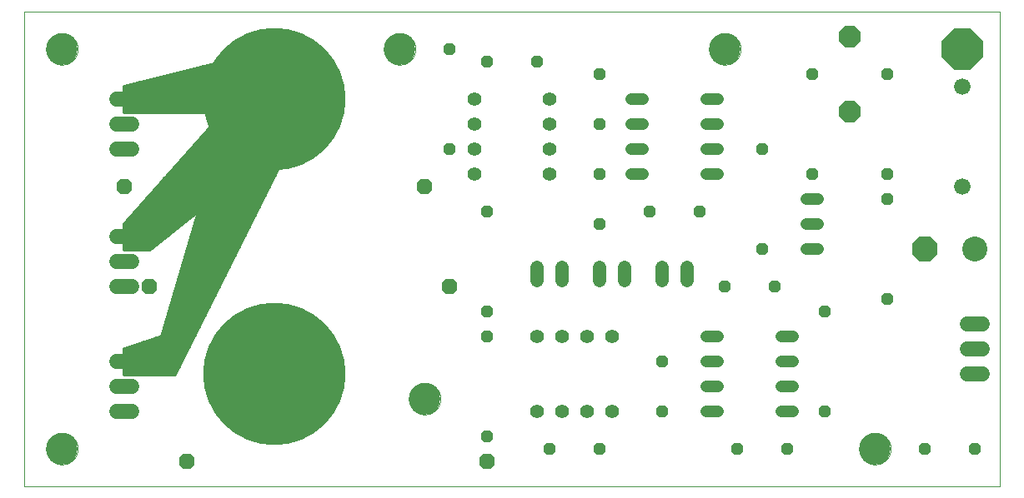
<source format=gbs>
G75*
%MOIN*%
%OFA0B0*%
%FSLAX25Y25*%
%IPPOS*%
%LPD*%
%AMOC8*
5,1,8,0,0,1.08239X$1,22.5*
%
%ADD10C,0.00000*%
%ADD11C,0.12598*%
%ADD12C,0.01600*%
%ADD13C,0.10000*%
%ADD14OC8,0.10000*%
%ADD15OC8,0.04800*%
%ADD16C,0.04800*%
%ADD17C,0.05512*%
%ADD18C,0.05400*%
%ADD19OC8,0.16400*%
%ADD20C,0.57000*%
%ADD21C,0.06000*%
%ADD22OC8,0.06300*%
%ADD23C,0.06600*%
%ADD24OC8,0.08500*%
D10*
X0003000Y0003000D02*
X0003000Y0193000D01*
X0393000Y0193000D01*
X0393000Y0003000D01*
X0003000Y0003000D01*
X0011701Y0018000D02*
X0011703Y0018158D01*
X0011709Y0018316D01*
X0011719Y0018474D01*
X0011733Y0018632D01*
X0011751Y0018789D01*
X0011772Y0018946D01*
X0011798Y0019102D01*
X0011828Y0019258D01*
X0011861Y0019413D01*
X0011899Y0019566D01*
X0011940Y0019719D01*
X0011985Y0019871D01*
X0012034Y0020022D01*
X0012087Y0020171D01*
X0012143Y0020319D01*
X0012203Y0020465D01*
X0012267Y0020610D01*
X0012335Y0020753D01*
X0012406Y0020895D01*
X0012480Y0021035D01*
X0012558Y0021172D01*
X0012640Y0021308D01*
X0012724Y0021442D01*
X0012813Y0021573D01*
X0012904Y0021702D01*
X0012999Y0021829D01*
X0013096Y0021954D01*
X0013197Y0022076D01*
X0013301Y0022195D01*
X0013408Y0022312D01*
X0013518Y0022426D01*
X0013631Y0022537D01*
X0013746Y0022646D01*
X0013864Y0022751D01*
X0013985Y0022853D01*
X0014108Y0022953D01*
X0014234Y0023049D01*
X0014362Y0023142D01*
X0014492Y0023232D01*
X0014625Y0023318D01*
X0014760Y0023402D01*
X0014896Y0023481D01*
X0015035Y0023558D01*
X0015176Y0023630D01*
X0015318Y0023700D01*
X0015462Y0023765D01*
X0015608Y0023827D01*
X0015755Y0023885D01*
X0015904Y0023940D01*
X0016054Y0023991D01*
X0016205Y0024038D01*
X0016357Y0024081D01*
X0016510Y0024120D01*
X0016665Y0024156D01*
X0016820Y0024187D01*
X0016976Y0024215D01*
X0017132Y0024239D01*
X0017289Y0024259D01*
X0017447Y0024275D01*
X0017604Y0024287D01*
X0017763Y0024295D01*
X0017921Y0024299D01*
X0018079Y0024299D01*
X0018237Y0024295D01*
X0018396Y0024287D01*
X0018553Y0024275D01*
X0018711Y0024259D01*
X0018868Y0024239D01*
X0019024Y0024215D01*
X0019180Y0024187D01*
X0019335Y0024156D01*
X0019490Y0024120D01*
X0019643Y0024081D01*
X0019795Y0024038D01*
X0019946Y0023991D01*
X0020096Y0023940D01*
X0020245Y0023885D01*
X0020392Y0023827D01*
X0020538Y0023765D01*
X0020682Y0023700D01*
X0020824Y0023630D01*
X0020965Y0023558D01*
X0021104Y0023481D01*
X0021240Y0023402D01*
X0021375Y0023318D01*
X0021508Y0023232D01*
X0021638Y0023142D01*
X0021766Y0023049D01*
X0021892Y0022953D01*
X0022015Y0022853D01*
X0022136Y0022751D01*
X0022254Y0022646D01*
X0022369Y0022537D01*
X0022482Y0022426D01*
X0022592Y0022312D01*
X0022699Y0022195D01*
X0022803Y0022076D01*
X0022904Y0021954D01*
X0023001Y0021829D01*
X0023096Y0021702D01*
X0023187Y0021573D01*
X0023276Y0021442D01*
X0023360Y0021308D01*
X0023442Y0021172D01*
X0023520Y0021035D01*
X0023594Y0020895D01*
X0023665Y0020753D01*
X0023733Y0020610D01*
X0023797Y0020465D01*
X0023857Y0020319D01*
X0023913Y0020171D01*
X0023966Y0020022D01*
X0024015Y0019871D01*
X0024060Y0019719D01*
X0024101Y0019566D01*
X0024139Y0019413D01*
X0024172Y0019258D01*
X0024202Y0019102D01*
X0024228Y0018946D01*
X0024249Y0018789D01*
X0024267Y0018632D01*
X0024281Y0018474D01*
X0024291Y0018316D01*
X0024297Y0018158D01*
X0024299Y0018000D01*
X0024297Y0017842D01*
X0024291Y0017684D01*
X0024281Y0017526D01*
X0024267Y0017368D01*
X0024249Y0017211D01*
X0024228Y0017054D01*
X0024202Y0016898D01*
X0024172Y0016742D01*
X0024139Y0016587D01*
X0024101Y0016434D01*
X0024060Y0016281D01*
X0024015Y0016129D01*
X0023966Y0015978D01*
X0023913Y0015829D01*
X0023857Y0015681D01*
X0023797Y0015535D01*
X0023733Y0015390D01*
X0023665Y0015247D01*
X0023594Y0015105D01*
X0023520Y0014965D01*
X0023442Y0014828D01*
X0023360Y0014692D01*
X0023276Y0014558D01*
X0023187Y0014427D01*
X0023096Y0014298D01*
X0023001Y0014171D01*
X0022904Y0014046D01*
X0022803Y0013924D01*
X0022699Y0013805D01*
X0022592Y0013688D01*
X0022482Y0013574D01*
X0022369Y0013463D01*
X0022254Y0013354D01*
X0022136Y0013249D01*
X0022015Y0013147D01*
X0021892Y0013047D01*
X0021766Y0012951D01*
X0021638Y0012858D01*
X0021508Y0012768D01*
X0021375Y0012682D01*
X0021240Y0012598D01*
X0021104Y0012519D01*
X0020965Y0012442D01*
X0020824Y0012370D01*
X0020682Y0012300D01*
X0020538Y0012235D01*
X0020392Y0012173D01*
X0020245Y0012115D01*
X0020096Y0012060D01*
X0019946Y0012009D01*
X0019795Y0011962D01*
X0019643Y0011919D01*
X0019490Y0011880D01*
X0019335Y0011844D01*
X0019180Y0011813D01*
X0019024Y0011785D01*
X0018868Y0011761D01*
X0018711Y0011741D01*
X0018553Y0011725D01*
X0018396Y0011713D01*
X0018237Y0011705D01*
X0018079Y0011701D01*
X0017921Y0011701D01*
X0017763Y0011705D01*
X0017604Y0011713D01*
X0017447Y0011725D01*
X0017289Y0011741D01*
X0017132Y0011761D01*
X0016976Y0011785D01*
X0016820Y0011813D01*
X0016665Y0011844D01*
X0016510Y0011880D01*
X0016357Y0011919D01*
X0016205Y0011962D01*
X0016054Y0012009D01*
X0015904Y0012060D01*
X0015755Y0012115D01*
X0015608Y0012173D01*
X0015462Y0012235D01*
X0015318Y0012300D01*
X0015176Y0012370D01*
X0015035Y0012442D01*
X0014896Y0012519D01*
X0014760Y0012598D01*
X0014625Y0012682D01*
X0014492Y0012768D01*
X0014362Y0012858D01*
X0014234Y0012951D01*
X0014108Y0013047D01*
X0013985Y0013147D01*
X0013864Y0013249D01*
X0013746Y0013354D01*
X0013631Y0013463D01*
X0013518Y0013574D01*
X0013408Y0013688D01*
X0013301Y0013805D01*
X0013197Y0013924D01*
X0013096Y0014046D01*
X0012999Y0014171D01*
X0012904Y0014298D01*
X0012813Y0014427D01*
X0012724Y0014558D01*
X0012640Y0014692D01*
X0012558Y0014828D01*
X0012480Y0014965D01*
X0012406Y0015105D01*
X0012335Y0015247D01*
X0012267Y0015390D01*
X0012203Y0015535D01*
X0012143Y0015681D01*
X0012087Y0015829D01*
X0012034Y0015978D01*
X0011985Y0016129D01*
X0011940Y0016281D01*
X0011899Y0016434D01*
X0011861Y0016587D01*
X0011828Y0016742D01*
X0011798Y0016898D01*
X0011772Y0017054D01*
X0011751Y0017211D01*
X0011733Y0017368D01*
X0011719Y0017526D01*
X0011709Y0017684D01*
X0011703Y0017842D01*
X0011701Y0018000D01*
X0156701Y0038000D02*
X0156703Y0038158D01*
X0156709Y0038316D01*
X0156719Y0038474D01*
X0156733Y0038632D01*
X0156751Y0038789D01*
X0156772Y0038946D01*
X0156798Y0039102D01*
X0156828Y0039258D01*
X0156861Y0039413D01*
X0156899Y0039566D01*
X0156940Y0039719D01*
X0156985Y0039871D01*
X0157034Y0040022D01*
X0157087Y0040171D01*
X0157143Y0040319D01*
X0157203Y0040465D01*
X0157267Y0040610D01*
X0157335Y0040753D01*
X0157406Y0040895D01*
X0157480Y0041035D01*
X0157558Y0041172D01*
X0157640Y0041308D01*
X0157724Y0041442D01*
X0157813Y0041573D01*
X0157904Y0041702D01*
X0157999Y0041829D01*
X0158096Y0041954D01*
X0158197Y0042076D01*
X0158301Y0042195D01*
X0158408Y0042312D01*
X0158518Y0042426D01*
X0158631Y0042537D01*
X0158746Y0042646D01*
X0158864Y0042751D01*
X0158985Y0042853D01*
X0159108Y0042953D01*
X0159234Y0043049D01*
X0159362Y0043142D01*
X0159492Y0043232D01*
X0159625Y0043318D01*
X0159760Y0043402D01*
X0159896Y0043481D01*
X0160035Y0043558D01*
X0160176Y0043630D01*
X0160318Y0043700D01*
X0160462Y0043765D01*
X0160608Y0043827D01*
X0160755Y0043885D01*
X0160904Y0043940D01*
X0161054Y0043991D01*
X0161205Y0044038D01*
X0161357Y0044081D01*
X0161510Y0044120D01*
X0161665Y0044156D01*
X0161820Y0044187D01*
X0161976Y0044215D01*
X0162132Y0044239D01*
X0162289Y0044259D01*
X0162447Y0044275D01*
X0162604Y0044287D01*
X0162763Y0044295D01*
X0162921Y0044299D01*
X0163079Y0044299D01*
X0163237Y0044295D01*
X0163396Y0044287D01*
X0163553Y0044275D01*
X0163711Y0044259D01*
X0163868Y0044239D01*
X0164024Y0044215D01*
X0164180Y0044187D01*
X0164335Y0044156D01*
X0164490Y0044120D01*
X0164643Y0044081D01*
X0164795Y0044038D01*
X0164946Y0043991D01*
X0165096Y0043940D01*
X0165245Y0043885D01*
X0165392Y0043827D01*
X0165538Y0043765D01*
X0165682Y0043700D01*
X0165824Y0043630D01*
X0165965Y0043558D01*
X0166104Y0043481D01*
X0166240Y0043402D01*
X0166375Y0043318D01*
X0166508Y0043232D01*
X0166638Y0043142D01*
X0166766Y0043049D01*
X0166892Y0042953D01*
X0167015Y0042853D01*
X0167136Y0042751D01*
X0167254Y0042646D01*
X0167369Y0042537D01*
X0167482Y0042426D01*
X0167592Y0042312D01*
X0167699Y0042195D01*
X0167803Y0042076D01*
X0167904Y0041954D01*
X0168001Y0041829D01*
X0168096Y0041702D01*
X0168187Y0041573D01*
X0168276Y0041442D01*
X0168360Y0041308D01*
X0168442Y0041172D01*
X0168520Y0041035D01*
X0168594Y0040895D01*
X0168665Y0040753D01*
X0168733Y0040610D01*
X0168797Y0040465D01*
X0168857Y0040319D01*
X0168913Y0040171D01*
X0168966Y0040022D01*
X0169015Y0039871D01*
X0169060Y0039719D01*
X0169101Y0039566D01*
X0169139Y0039413D01*
X0169172Y0039258D01*
X0169202Y0039102D01*
X0169228Y0038946D01*
X0169249Y0038789D01*
X0169267Y0038632D01*
X0169281Y0038474D01*
X0169291Y0038316D01*
X0169297Y0038158D01*
X0169299Y0038000D01*
X0169297Y0037842D01*
X0169291Y0037684D01*
X0169281Y0037526D01*
X0169267Y0037368D01*
X0169249Y0037211D01*
X0169228Y0037054D01*
X0169202Y0036898D01*
X0169172Y0036742D01*
X0169139Y0036587D01*
X0169101Y0036434D01*
X0169060Y0036281D01*
X0169015Y0036129D01*
X0168966Y0035978D01*
X0168913Y0035829D01*
X0168857Y0035681D01*
X0168797Y0035535D01*
X0168733Y0035390D01*
X0168665Y0035247D01*
X0168594Y0035105D01*
X0168520Y0034965D01*
X0168442Y0034828D01*
X0168360Y0034692D01*
X0168276Y0034558D01*
X0168187Y0034427D01*
X0168096Y0034298D01*
X0168001Y0034171D01*
X0167904Y0034046D01*
X0167803Y0033924D01*
X0167699Y0033805D01*
X0167592Y0033688D01*
X0167482Y0033574D01*
X0167369Y0033463D01*
X0167254Y0033354D01*
X0167136Y0033249D01*
X0167015Y0033147D01*
X0166892Y0033047D01*
X0166766Y0032951D01*
X0166638Y0032858D01*
X0166508Y0032768D01*
X0166375Y0032682D01*
X0166240Y0032598D01*
X0166104Y0032519D01*
X0165965Y0032442D01*
X0165824Y0032370D01*
X0165682Y0032300D01*
X0165538Y0032235D01*
X0165392Y0032173D01*
X0165245Y0032115D01*
X0165096Y0032060D01*
X0164946Y0032009D01*
X0164795Y0031962D01*
X0164643Y0031919D01*
X0164490Y0031880D01*
X0164335Y0031844D01*
X0164180Y0031813D01*
X0164024Y0031785D01*
X0163868Y0031761D01*
X0163711Y0031741D01*
X0163553Y0031725D01*
X0163396Y0031713D01*
X0163237Y0031705D01*
X0163079Y0031701D01*
X0162921Y0031701D01*
X0162763Y0031705D01*
X0162604Y0031713D01*
X0162447Y0031725D01*
X0162289Y0031741D01*
X0162132Y0031761D01*
X0161976Y0031785D01*
X0161820Y0031813D01*
X0161665Y0031844D01*
X0161510Y0031880D01*
X0161357Y0031919D01*
X0161205Y0031962D01*
X0161054Y0032009D01*
X0160904Y0032060D01*
X0160755Y0032115D01*
X0160608Y0032173D01*
X0160462Y0032235D01*
X0160318Y0032300D01*
X0160176Y0032370D01*
X0160035Y0032442D01*
X0159896Y0032519D01*
X0159760Y0032598D01*
X0159625Y0032682D01*
X0159492Y0032768D01*
X0159362Y0032858D01*
X0159234Y0032951D01*
X0159108Y0033047D01*
X0158985Y0033147D01*
X0158864Y0033249D01*
X0158746Y0033354D01*
X0158631Y0033463D01*
X0158518Y0033574D01*
X0158408Y0033688D01*
X0158301Y0033805D01*
X0158197Y0033924D01*
X0158096Y0034046D01*
X0157999Y0034171D01*
X0157904Y0034298D01*
X0157813Y0034427D01*
X0157724Y0034558D01*
X0157640Y0034692D01*
X0157558Y0034828D01*
X0157480Y0034965D01*
X0157406Y0035105D01*
X0157335Y0035247D01*
X0157267Y0035390D01*
X0157203Y0035535D01*
X0157143Y0035681D01*
X0157087Y0035829D01*
X0157034Y0035978D01*
X0156985Y0036129D01*
X0156940Y0036281D01*
X0156899Y0036434D01*
X0156861Y0036587D01*
X0156828Y0036742D01*
X0156798Y0036898D01*
X0156772Y0037054D01*
X0156751Y0037211D01*
X0156733Y0037368D01*
X0156719Y0037526D01*
X0156709Y0037684D01*
X0156703Y0037842D01*
X0156701Y0038000D01*
X0336701Y0018000D02*
X0336703Y0018158D01*
X0336709Y0018316D01*
X0336719Y0018474D01*
X0336733Y0018632D01*
X0336751Y0018789D01*
X0336772Y0018946D01*
X0336798Y0019102D01*
X0336828Y0019258D01*
X0336861Y0019413D01*
X0336899Y0019566D01*
X0336940Y0019719D01*
X0336985Y0019871D01*
X0337034Y0020022D01*
X0337087Y0020171D01*
X0337143Y0020319D01*
X0337203Y0020465D01*
X0337267Y0020610D01*
X0337335Y0020753D01*
X0337406Y0020895D01*
X0337480Y0021035D01*
X0337558Y0021172D01*
X0337640Y0021308D01*
X0337724Y0021442D01*
X0337813Y0021573D01*
X0337904Y0021702D01*
X0337999Y0021829D01*
X0338096Y0021954D01*
X0338197Y0022076D01*
X0338301Y0022195D01*
X0338408Y0022312D01*
X0338518Y0022426D01*
X0338631Y0022537D01*
X0338746Y0022646D01*
X0338864Y0022751D01*
X0338985Y0022853D01*
X0339108Y0022953D01*
X0339234Y0023049D01*
X0339362Y0023142D01*
X0339492Y0023232D01*
X0339625Y0023318D01*
X0339760Y0023402D01*
X0339896Y0023481D01*
X0340035Y0023558D01*
X0340176Y0023630D01*
X0340318Y0023700D01*
X0340462Y0023765D01*
X0340608Y0023827D01*
X0340755Y0023885D01*
X0340904Y0023940D01*
X0341054Y0023991D01*
X0341205Y0024038D01*
X0341357Y0024081D01*
X0341510Y0024120D01*
X0341665Y0024156D01*
X0341820Y0024187D01*
X0341976Y0024215D01*
X0342132Y0024239D01*
X0342289Y0024259D01*
X0342447Y0024275D01*
X0342604Y0024287D01*
X0342763Y0024295D01*
X0342921Y0024299D01*
X0343079Y0024299D01*
X0343237Y0024295D01*
X0343396Y0024287D01*
X0343553Y0024275D01*
X0343711Y0024259D01*
X0343868Y0024239D01*
X0344024Y0024215D01*
X0344180Y0024187D01*
X0344335Y0024156D01*
X0344490Y0024120D01*
X0344643Y0024081D01*
X0344795Y0024038D01*
X0344946Y0023991D01*
X0345096Y0023940D01*
X0345245Y0023885D01*
X0345392Y0023827D01*
X0345538Y0023765D01*
X0345682Y0023700D01*
X0345824Y0023630D01*
X0345965Y0023558D01*
X0346104Y0023481D01*
X0346240Y0023402D01*
X0346375Y0023318D01*
X0346508Y0023232D01*
X0346638Y0023142D01*
X0346766Y0023049D01*
X0346892Y0022953D01*
X0347015Y0022853D01*
X0347136Y0022751D01*
X0347254Y0022646D01*
X0347369Y0022537D01*
X0347482Y0022426D01*
X0347592Y0022312D01*
X0347699Y0022195D01*
X0347803Y0022076D01*
X0347904Y0021954D01*
X0348001Y0021829D01*
X0348096Y0021702D01*
X0348187Y0021573D01*
X0348276Y0021442D01*
X0348360Y0021308D01*
X0348442Y0021172D01*
X0348520Y0021035D01*
X0348594Y0020895D01*
X0348665Y0020753D01*
X0348733Y0020610D01*
X0348797Y0020465D01*
X0348857Y0020319D01*
X0348913Y0020171D01*
X0348966Y0020022D01*
X0349015Y0019871D01*
X0349060Y0019719D01*
X0349101Y0019566D01*
X0349139Y0019413D01*
X0349172Y0019258D01*
X0349202Y0019102D01*
X0349228Y0018946D01*
X0349249Y0018789D01*
X0349267Y0018632D01*
X0349281Y0018474D01*
X0349291Y0018316D01*
X0349297Y0018158D01*
X0349299Y0018000D01*
X0349297Y0017842D01*
X0349291Y0017684D01*
X0349281Y0017526D01*
X0349267Y0017368D01*
X0349249Y0017211D01*
X0349228Y0017054D01*
X0349202Y0016898D01*
X0349172Y0016742D01*
X0349139Y0016587D01*
X0349101Y0016434D01*
X0349060Y0016281D01*
X0349015Y0016129D01*
X0348966Y0015978D01*
X0348913Y0015829D01*
X0348857Y0015681D01*
X0348797Y0015535D01*
X0348733Y0015390D01*
X0348665Y0015247D01*
X0348594Y0015105D01*
X0348520Y0014965D01*
X0348442Y0014828D01*
X0348360Y0014692D01*
X0348276Y0014558D01*
X0348187Y0014427D01*
X0348096Y0014298D01*
X0348001Y0014171D01*
X0347904Y0014046D01*
X0347803Y0013924D01*
X0347699Y0013805D01*
X0347592Y0013688D01*
X0347482Y0013574D01*
X0347369Y0013463D01*
X0347254Y0013354D01*
X0347136Y0013249D01*
X0347015Y0013147D01*
X0346892Y0013047D01*
X0346766Y0012951D01*
X0346638Y0012858D01*
X0346508Y0012768D01*
X0346375Y0012682D01*
X0346240Y0012598D01*
X0346104Y0012519D01*
X0345965Y0012442D01*
X0345824Y0012370D01*
X0345682Y0012300D01*
X0345538Y0012235D01*
X0345392Y0012173D01*
X0345245Y0012115D01*
X0345096Y0012060D01*
X0344946Y0012009D01*
X0344795Y0011962D01*
X0344643Y0011919D01*
X0344490Y0011880D01*
X0344335Y0011844D01*
X0344180Y0011813D01*
X0344024Y0011785D01*
X0343868Y0011761D01*
X0343711Y0011741D01*
X0343553Y0011725D01*
X0343396Y0011713D01*
X0343237Y0011705D01*
X0343079Y0011701D01*
X0342921Y0011701D01*
X0342763Y0011705D01*
X0342604Y0011713D01*
X0342447Y0011725D01*
X0342289Y0011741D01*
X0342132Y0011761D01*
X0341976Y0011785D01*
X0341820Y0011813D01*
X0341665Y0011844D01*
X0341510Y0011880D01*
X0341357Y0011919D01*
X0341205Y0011962D01*
X0341054Y0012009D01*
X0340904Y0012060D01*
X0340755Y0012115D01*
X0340608Y0012173D01*
X0340462Y0012235D01*
X0340318Y0012300D01*
X0340176Y0012370D01*
X0340035Y0012442D01*
X0339896Y0012519D01*
X0339760Y0012598D01*
X0339625Y0012682D01*
X0339492Y0012768D01*
X0339362Y0012858D01*
X0339234Y0012951D01*
X0339108Y0013047D01*
X0338985Y0013147D01*
X0338864Y0013249D01*
X0338746Y0013354D01*
X0338631Y0013463D01*
X0338518Y0013574D01*
X0338408Y0013688D01*
X0338301Y0013805D01*
X0338197Y0013924D01*
X0338096Y0014046D01*
X0337999Y0014171D01*
X0337904Y0014298D01*
X0337813Y0014427D01*
X0337724Y0014558D01*
X0337640Y0014692D01*
X0337558Y0014828D01*
X0337480Y0014965D01*
X0337406Y0015105D01*
X0337335Y0015247D01*
X0337267Y0015390D01*
X0337203Y0015535D01*
X0337143Y0015681D01*
X0337087Y0015829D01*
X0337034Y0015978D01*
X0336985Y0016129D01*
X0336940Y0016281D01*
X0336899Y0016434D01*
X0336861Y0016587D01*
X0336828Y0016742D01*
X0336798Y0016898D01*
X0336772Y0017054D01*
X0336751Y0017211D01*
X0336733Y0017368D01*
X0336719Y0017526D01*
X0336709Y0017684D01*
X0336703Y0017842D01*
X0336701Y0018000D01*
X0276701Y0178000D02*
X0276703Y0178158D01*
X0276709Y0178316D01*
X0276719Y0178474D01*
X0276733Y0178632D01*
X0276751Y0178789D01*
X0276772Y0178946D01*
X0276798Y0179102D01*
X0276828Y0179258D01*
X0276861Y0179413D01*
X0276899Y0179566D01*
X0276940Y0179719D01*
X0276985Y0179871D01*
X0277034Y0180022D01*
X0277087Y0180171D01*
X0277143Y0180319D01*
X0277203Y0180465D01*
X0277267Y0180610D01*
X0277335Y0180753D01*
X0277406Y0180895D01*
X0277480Y0181035D01*
X0277558Y0181172D01*
X0277640Y0181308D01*
X0277724Y0181442D01*
X0277813Y0181573D01*
X0277904Y0181702D01*
X0277999Y0181829D01*
X0278096Y0181954D01*
X0278197Y0182076D01*
X0278301Y0182195D01*
X0278408Y0182312D01*
X0278518Y0182426D01*
X0278631Y0182537D01*
X0278746Y0182646D01*
X0278864Y0182751D01*
X0278985Y0182853D01*
X0279108Y0182953D01*
X0279234Y0183049D01*
X0279362Y0183142D01*
X0279492Y0183232D01*
X0279625Y0183318D01*
X0279760Y0183402D01*
X0279896Y0183481D01*
X0280035Y0183558D01*
X0280176Y0183630D01*
X0280318Y0183700D01*
X0280462Y0183765D01*
X0280608Y0183827D01*
X0280755Y0183885D01*
X0280904Y0183940D01*
X0281054Y0183991D01*
X0281205Y0184038D01*
X0281357Y0184081D01*
X0281510Y0184120D01*
X0281665Y0184156D01*
X0281820Y0184187D01*
X0281976Y0184215D01*
X0282132Y0184239D01*
X0282289Y0184259D01*
X0282447Y0184275D01*
X0282604Y0184287D01*
X0282763Y0184295D01*
X0282921Y0184299D01*
X0283079Y0184299D01*
X0283237Y0184295D01*
X0283396Y0184287D01*
X0283553Y0184275D01*
X0283711Y0184259D01*
X0283868Y0184239D01*
X0284024Y0184215D01*
X0284180Y0184187D01*
X0284335Y0184156D01*
X0284490Y0184120D01*
X0284643Y0184081D01*
X0284795Y0184038D01*
X0284946Y0183991D01*
X0285096Y0183940D01*
X0285245Y0183885D01*
X0285392Y0183827D01*
X0285538Y0183765D01*
X0285682Y0183700D01*
X0285824Y0183630D01*
X0285965Y0183558D01*
X0286104Y0183481D01*
X0286240Y0183402D01*
X0286375Y0183318D01*
X0286508Y0183232D01*
X0286638Y0183142D01*
X0286766Y0183049D01*
X0286892Y0182953D01*
X0287015Y0182853D01*
X0287136Y0182751D01*
X0287254Y0182646D01*
X0287369Y0182537D01*
X0287482Y0182426D01*
X0287592Y0182312D01*
X0287699Y0182195D01*
X0287803Y0182076D01*
X0287904Y0181954D01*
X0288001Y0181829D01*
X0288096Y0181702D01*
X0288187Y0181573D01*
X0288276Y0181442D01*
X0288360Y0181308D01*
X0288442Y0181172D01*
X0288520Y0181035D01*
X0288594Y0180895D01*
X0288665Y0180753D01*
X0288733Y0180610D01*
X0288797Y0180465D01*
X0288857Y0180319D01*
X0288913Y0180171D01*
X0288966Y0180022D01*
X0289015Y0179871D01*
X0289060Y0179719D01*
X0289101Y0179566D01*
X0289139Y0179413D01*
X0289172Y0179258D01*
X0289202Y0179102D01*
X0289228Y0178946D01*
X0289249Y0178789D01*
X0289267Y0178632D01*
X0289281Y0178474D01*
X0289291Y0178316D01*
X0289297Y0178158D01*
X0289299Y0178000D01*
X0289297Y0177842D01*
X0289291Y0177684D01*
X0289281Y0177526D01*
X0289267Y0177368D01*
X0289249Y0177211D01*
X0289228Y0177054D01*
X0289202Y0176898D01*
X0289172Y0176742D01*
X0289139Y0176587D01*
X0289101Y0176434D01*
X0289060Y0176281D01*
X0289015Y0176129D01*
X0288966Y0175978D01*
X0288913Y0175829D01*
X0288857Y0175681D01*
X0288797Y0175535D01*
X0288733Y0175390D01*
X0288665Y0175247D01*
X0288594Y0175105D01*
X0288520Y0174965D01*
X0288442Y0174828D01*
X0288360Y0174692D01*
X0288276Y0174558D01*
X0288187Y0174427D01*
X0288096Y0174298D01*
X0288001Y0174171D01*
X0287904Y0174046D01*
X0287803Y0173924D01*
X0287699Y0173805D01*
X0287592Y0173688D01*
X0287482Y0173574D01*
X0287369Y0173463D01*
X0287254Y0173354D01*
X0287136Y0173249D01*
X0287015Y0173147D01*
X0286892Y0173047D01*
X0286766Y0172951D01*
X0286638Y0172858D01*
X0286508Y0172768D01*
X0286375Y0172682D01*
X0286240Y0172598D01*
X0286104Y0172519D01*
X0285965Y0172442D01*
X0285824Y0172370D01*
X0285682Y0172300D01*
X0285538Y0172235D01*
X0285392Y0172173D01*
X0285245Y0172115D01*
X0285096Y0172060D01*
X0284946Y0172009D01*
X0284795Y0171962D01*
X0284643Y0171919D01*
X0284490Y0171880D01*
X0284335Y0171844D01*
X0284180Y0171813D01*
X0284024Y0171785D01*
X0283868Y0171761D01*
X0283711Y0171741D01*
X0283553Y0171725D01*
X0283396Y0171713D01*
X0283237Y0171705D01*
X0283079Y0171701D01*
X0282921Y0171701D01*
X0282763Y0171705D01*
X0282604Y0171713D01*
X0282447Y0171725D01*
X0282289Y0171741D01*
X0282132Y0171761D01*
X0281976Y0171785D01*
X0281820Y0171813D01*
X0281665Y0171844D01*
X0281510Y0171880D01*
X0281357Y0171919D01*
X0281205Y0171962D01*
X0281054Y0172009D01*
X0280904Y0172060D01*
X0280755Y0172115D01*
X0280608Y0172173D01*
X0280462Y0172235D01*
X0280318Y0172300D01*
X0280176Y0172370D01*
X0280035Y0172442D01*
X0279896Y0172519D01*
X0279760Y0172598D01*
X0279625Y0172682D01*
X0279492Y0172768D01*
X0279362Y0172858D01*
X0279234Y0172951D01*
X0279108Y0173047D01*
X0278985Y0173147D01*
X0278864Y0173249D01*
X0278746Y0173354D01*
X0278631Y0173463D01*
X0278518Y0173574D01*
X0278408Y0173688D01*
X0278301Y0173805D01*
X0278197Y0173924D01*
X0278096Y0174046D01*
X0277999Y0174171D01*
X0277904Y0174298D01*
X0277813Y0174427D01*
X0277724Y0174558D01*
X0277640Y0174692D01*
X0277558Y0174828D01*
X0277480Y0174965D01*
X0277406Y0175105D01*
X0277335Y0175247D01*
X0277267Y0175390D01*
X0277203Y0175535D01*
X0277143Y0175681D01*
X0277087Y0175829D01*
X0277034Y0175978D01*
X0276985Y0176129D01*
X0276940Y0176281D01*
X0276899Y0176434D01*
X0276861Y0176587D01*
X0276828Y0176742D01*
X0276798Y0176898D01*
X0276772Y0177054D01*
X0276751Y0177211D01*
X0276733Y0177368D01*
X0276719Y0177526D01*
X0276709Y0177684D01*
X0276703Y0177842D01*
X0276701Y0178000D01*
X0146701Y0178000D02*
X0146703Y0178158D01*
X0146709Y0178316D01*
X0146719Y0178474D01*
X0146733Y0178632D01*
X0146751Y0178789D01*
X0146772Y0178946D01*
X0146798Y0179102D01*
X0146828Y0179258D01*
X0146861Y0179413D01*
X0146899Y0179566D01*
X0146940Y0179719D01*
X0146985Y0179871D01*
X0147034Y0180022D01*
X0147087Y0180171D01*
X0147143Y0180319D01*
X0147203Y0180465D01*
X0147267Y0180610D01*
X0147335Y0180753D01*
X0147406Y0180895D01*
X0147480Y0181035D01*
X0147558Y0181172D01*
X0147640Y0181308D01*
X0147724Y0181442D01*
X0147813Y0181573D01*
X0147904Y0181702D01*
X0147999Y0181829D01*
X0148096Y0181954D01*
X0148197Y0182076D01*
X0148301Y0182195D01*
X0148408Y0182312D01*
X0148518Y0182426D01*
X0148631Y0182537D01*
X0148746Y0182646D01*
X0148864Y0182751D01*
X0148985Y0182853D01*
X0149108Y0182953D01*
X0149234Y0183049D01*
X0149362Y0183142D01*
X0149492Y0183232D01*
X0149625Y0183318D01*
X0149760Y0183402D01*
X0149896Y0183481D01*
X0150035Y0183558D01*
X0150176Y0183630D01*
X0150318Y0183700D01*
X0150462Y0183765D01*
X0150608Y0183827D01*
X0150755Y0183885D01*
X0150904Y0183940D01*
X0151054Y0183991D01*
X0151205Y0184038D01*
X0151357Y0184081D01*
X0151510Y0184120D01*
X0151665Y0184156D01*
X0151820Y0184187D01*
X0151976Y0184215D01*
X0152132Y0184239D01*
X0152289Y0184259D01*
X0152447Y0184275D01*
X0152604Y0184287D01*
X0152763Y0184295D01*
X0152921Y0184299D01*
X0153079Y0184299D01*
X0153237Y0184295D01*
X0153396Y0184287D01*
X0153553Y0184275D01*
X0153711Y0184259D01*
X0153868Y0184239D01*
X0154024Y0184215D01*
X0154180Y0184187D01*
X0154335Y0184156D01*
X0154490Y0184120D01*
X0154643Y0184081D01*
X0154795Y0184038D01*
X0154946Y0183991D01*
X0155096Y0183940D01*
X0155245Y0183885D01*
X0155392Y0183827D01*
X0155538Y0183765D01*
X0155682Y0183700D01*
X0155824Y0183630D01*
X0155965Y0183558D01*
X0156104Y0183481D01*
X0156240Y0183402D01*
X0156375Y0183318D01*
X0156508Y0183232D01*
X0156638Y0183142D01*
X0156766Y0183049D01*
X0156892Y0182953D01*
X0157015Y0182853D01*
X0157136Y0182751D01*
X0157254Y0182646D01*
X0157369Y0182537D01*
X0157482Y0182426D01*
X0157592Y0182312D01*
X0157699Y0182195D01*
X0157803Y0182076D01*
X0157904Y0181954D01*
X0158001Y0181829D01*
X0158096Y0181702D01*
X0158187Y0181573D01*
X0158276Y0181442D01*
X0158360Y0181308D01*
X0158442Y0181172D01*
X0158520Y0181035D01*
X0158594Y0180895D01*
X0158665Y0180753D01*
X0158733Y0180610D01*
X0158797Y0180465D01*
X0158857Y0180319D01*
X0158913Y0180171D01*
X0158966Y0180022D01*
X0159015Y0179871D01*
X0159060Y0179719D01*
X0159101Y0179566D01*
X0159139Y0179413D01*
X0159172Y0179258D01*
X0159202Y0179102D01*
X0159228Y0178946D01*
X0159249Y0178789D01*
X0159267Y0178632D01*
X0159281Y0178474D01*
X0159291Y0178316D01*
X0159297Y0178158D01*
X0159299Y0178000D01*
X0159297Y0177842D01*
X0159291Y0177684D01*
X0159281Y0177526D01*
X0159267Y0177368D01*
X0159249Y0177211D01*
X0159228Y0177054D01*
X0159202Y0176898D01*
X0159172Y0176742D01*
X0159139Y0176587D01*
X0159101Y0176434D01*
X0159060Y0176281D01*
X0159015Y0176129D01*
X0158966Y0175978D01*
X0158913Y0175829D01*
X0158857Y0175681D01*
X0158797Y0175535D01*
X0158733Y0175390D01*
X0158665Y0175247D01*
X0158594Y0175105D01*
X0158520Y0174965D01*
X0158442Y0174828D01*
X0158360Y0174692D01*
X0158276Y0174558D01*
X0158187Y0174427D01*
X0158096Y0174298D01*
X0158001Y0174171D01*
X0157904Y0174046D01*
X0157803Y0173924D01*
X0157699Y0173805D01*
X0157592Y0173688D01*
X0157482Y0173574D01*
X0157369Y0173463D01*
X0157254Y0173354D01*
X0157136Y0173249D01*
X0157015Y0173147D01*
X0156892Y0173047D01*
X0156766Y0172951D01*
X0156638Y0172858D01*
X0156508Y0172768D01*
X0156375Y0172682D01*
X0156240Y0172598D01*
X0156104Y0172519D01*
X0155965Y0172442D01*
X0155824Y0172370D01*
X0155682Y0172300D01*
X0155538Y0172235D01*
X0155392Y0172173D01*
X0155245Y0172115D01*
X0155096Y0172060D01*
X0154946Y0172009D01*
X0154795Y0171962D01*
X0154643Y0171919D01*
X0154490Y0171880D01*
X0154335Y0171844D01*
X0154180Y0171813D01*
X0154024Y0171785D01*
X0153868Y0171761D01*
X0153711Y0171741D01*
X0153553Y0171725D01*
X0153396Y0171713D01*
X0153237Y0171705D01*
X0153079Y0171701D01*
X0152921Y0171701D01*
X0152763Y0171705D01*
X0152604Y0171713D01*
X0152447Y0171725D01*
X0152289Y0171741D01*
X0152132Y0171761D01*
X0151976Y0171785D01*
X0151820Y0171813D01*
X0151665Y0171844D01*
X0151510Y0171880D01*
X0151357Y0171919D01*
X0151205Y0171962D01*
X0151054Y0172009D01*
X0150904Y0172060D01*
X0150755Y0172115D01*
X0150608Y0172173D01*
X0150462Y0172235D01*
X0150318Y0172300D01*
X0150176Y0172370D01*
X0150035Y0172442D01*
X0149896Y0172519D01*
X0149760Y0172598D01*
X0149625Y0172682D01*
X0149492Y0172768D01*
X0149362Y0172858D01*
X0149234Y0172951D01*
X0149108Y0173047D01*
X0148985Y0173147D01*
X0148864Y0173249D01*
X0148746Y0173354D01*
X0148631Y0173463D01*
X0148518Y0173574D01*
X0148408Y0173688D01*
X0148301Y0173805D01*
X0148197Y0173924D01*
X0148096Y0174046D01*
X0147999Y0174171D01*
X0147904Y0174298D01*
X0147813Y0174427D01*
X0147724Y0174558D01*
X0147640Y0174692D01*
X0147558Y0174828D01*
X0147480Y0174965D01*
X0147406Y0175105D01*
X0147335Y0175247D01*
X0147267Y0175390D01*
X0147203Y0175535D01*
X0147143Y0175681D01*
X0147087Y0175829D01*
X0147034Y0175978D01*
X0146985Y0176129D01*
X0146940Y0176281D01*
X0146899Y0176434D01*
X0146861Y0176587D01*
X0146828Y0176742D01*
X0146798Y0176898D01*
X0146772Y0177054D01*
X0146751Y0177211D01*
X0146733Y0177368D01*
X0146719Y0177526D01*
X0146709Y0177684D01*
X0146703Y0177842D01*
X0146701Y0178000D01*
X0011701Y0178000D02*
X0011703Y0178158D01*
X0011709Y0178316D01*
X0011719Y0178474D01*
X0011733Y0178632D01*
X0011751Y0178789D01*
X0011772Y0178946D01*
X0011798Y0179102D01*
X0011828Y0179258D01*
X0011861Y0179413D01*
X0011899Y0179566D01*
X0011940Y0179719D01*
X0011985Y0179871D01*
X0012034Y0180022D01*
X0012087Y0180171D01*
X0012143Y0180319D01*
X0012203Y0180465D01*
X0012267Y0180610D01*
X0012335Y0180753D01*
X0012406Y0180895D01*
X0012480Y0181035D01*
X0012558Y0181172D01*
X0012640Y0181308D01*
X0012724Y0181442D01*
X0012813Y0181573D01*
X0012904Y0181702D01*
X0012999Y0181829D01*
X0013096Y0181954D01*
X0013197Y0182076D01*
X0013301Y0182195D01*
X0013408Y0182312D01*
X0013518Y0182426D01*
X0013631Y0182537D01*
X0013746Y0182646D01*
X0013864Y0182751D01*
X0013985Y0182853D01*
X0014108Y0182953D01*
X0014234Y0183049D01*
X0014362Y0183142D01*
X0014492Y0183232D01*
X0014625Y0183318D01*
X0014760Y0183402D01*
X0014896Y0183481D01*
X0015035Y0183558D01*
X0015176Y0183630D01*
X0015318Y0183700D01*
X0015462Y0183765D01*
X0015608Y0183827D01*
X0015755Y0183885D01*
X0015904Y0183940D01*
X0016054Y0183991D01*
X0016205Y0184038D01*
X0016357Y0184081D01*
X0016510Y0184120D01*
X0016665Y0184156D01*
X0016820Y0184187D01*
X0016976Y0184215D01*
X0017132Y0184239D01*
X0017289Y0184259D01*
X0017447Y0184275D01*
X0017604Y0184287D01*
X0017763Y0184295D01*
X0017921Y0184299D01*
X0018079Y0184299D01*
X0018237Y0184295D01*
X0018396Y0184287D01*
X0018553Y0184275D01*
X0018711Y0184259D01*
X0018868Y0184239D01*
X0019024Y0184215D01*
X0019180Y0184187D01*
X0019335Y0184156D01*
X0019490Y0184120D01*
X0019643Y0184081D01*
X0019795Y0184038D01*
X0019946Y0183991D01*
X0020096Y0183940D01*
X0020245Y0183885D01*
X0020392Y0183827D01*
X0020538Y0183765D01*
X0020682Y0183700D01*
X0020824Y0183630D01*
X0020965Y0183558D01*
X0021104Y0183481D01*
X0021240Y0183402D01*
X0021375Y0183318D01*
X0021508Y0183232D01*
X0021638Y0183142D01*
X0021766Y0183049D01*
X0021892Y0182953D01*
X0022015Y0182853D01*
X0022136Y0182751D01*
X0022254Y0182646D01*
X0022369Y0182537D01*
X0022482Y0182426D01*
X0022592Y0182312D01*
X0022699Y0182195D01*
X0022803Y0182076D01*
X0022904Y0181954D01*
X0023001Y0181829D01*
X0023096Y0181702D01*
X0023187Y0181573D01*
X0023276Y0181442D01*
X0023360Y0181308D01*
X0023442Y0181172D01*
X0023520Y0181035D01*
X0023594Y0180895D01*
X0023665Y0180753D01*
X0023733Y0180610D01*
X0023797Y0180465D01*
X0023857Y0180319D01*
X0023913Y0180171D01*
X0023966Y0180022D01*
X0024015Y0179871D01*
X0024060Y0179719D01*
X0024101Y0179566D01*
X0024139Y0179413D01*
X0024172Y0179258D01*
X0024202Y0179102D01*
X0024228Y0178946D01*
X0024249Y0178789D01*
X0024267Y0178632D01*
X0024281Y0178474D01*
X0024291Y0178316D01*
X0024297Y0178158D01*
X0024299Y0178000D01*
X0024297Y0177842D01*
X0024291Y0177684D01*
X0024281Y0177526D01*
X0024267Y0177368D01*
X0024249Y0177211D01*
X0024228Y0177054D01*
X0024202Y0176898D01*
X0024172Y0176742D01*
X0024139Y0176587D01*
X0024101Y0176434D01*
X0024060Y0176281D01*
X0024015Y0176129D01*
X0023966Y0175978D01*
X0023913Y0175829D01*
X0023857Y0175681D01*
X0023797Y0175535D01*
X0023733Y0175390D01*
X0023665Y0175247D01*
X0023594Y0175105D01*
X0023520Y0174965D01*
X0023442Y0174828D01*
X0023360Y0174692D01*
X0023276Y0174558D01*
X0023187Y0174427D01*
X0023096Y0174298D01*
X0023001Y0174171D01*
X0022904Y0174046D01*
X0022803Y0173924D01*
X0022699Y0173805D01*
X0022592Y0173688D01*
X0022482Y0173574D01*
X0022369Y0173463D01*
X0022254Y0173354D01*
X0022136Y0173249D01*
X0022015Y0173147D01*
X0021892Y0173047D01*
X0021766Y0172951D01*
X0021638Y0172858D01*
X0021508Y0172768D01*
X0021375Y0172682D01*
X0021240Y0172598D01*
X0021104Y0172519D01*
X0020965Y0172442D01*
X0020824Y0172370D01*
X0020682Y0172300D01*
X0020538Y0172235D01*
X0020392Y0172173D01*
X0020245Y0172115D01*
X0020096Y0172060D01*
X0019946Y0172009D01*
X0019795Y0171962D01*
X0019643Y0171919D01*
X0019490Y0171880D01*
X0019335Y0171844D01*
X0019180Y0171813D01*
X0019024Y0171785D01*
X0018868Y0171761D01*
X0018711Y0171741D01*
X0018553Y0171725D01*
X0018396Y0171713D01*
X0018237Y0171705D01*
X0018079Y0171701D01*
X0017921Y0171701D01*
X0017763Y0171705D01*
X0017604Y0171713D01*
X0017447Y0171725D01*
X0017289Y0171741D01*
X0017132Y0171761D01*
X0016976Y0171785D01*
X0016820Y0171813D01*
X0016665Y0171844D01*
X0016510Y0171880D01*
X0016357Y0171919D01*
X0016205Y0171962D01*
X0016054Y0172009D01*
X0015904Y0172060D01*
X0015755Y0172115D01*
X0015608Y0172173D01*
X0015462Y0172235D01*
X0015318Y0172300D01*
X0015176Y0172370D01*
X0015035Y0172442D01*
X0014896Y0172519D01*
X0014760Y0172598D01*
X0014625Y0172682D01*
X0014492Y0172768D01*
X0014362Y0172858D01*
X0014234Y0172951D01*
X0014108Y0173047D01*
X0013985Y0173147D01*
X0013864Y0173249D01*
X0013746Y0173354D01*
X0013631Y0173463D01*
X0013518Y0173574D01*
X0013408Y0173688D01*
X0013301Y0173805D01*
X0013197Y0173924D01*
X0013096Y0174046D01*
X0012999Y0174171D01*
X0012904Y0174298D01*
X0012813Y0174427D01*
X0012724Y0174558D01*
X0012640Y0174692D01*
X0012558Y0174828D01*
X0012480Y0174965D01*
X0012406Y0175105D01*
X0012335Y0175247D01*
X0012267Y0175390D01*
X0012203Y0175535D01*
X0012143Y0175681D01*
X0012087Y0175829D01*
X0012034Y0175978D01*
X0011985Y0176129D01*
X0011940Y0176281D01*
X0011899Y0176434D01*
X0011861Y0176587D01*
X0011828Y0176742D01*
X0011798Y0176898D01*
X0011772Y0177054D01*
X0011751Y0177211D01*
X0011733Y0177368D01*
X0011719Y0177526D01*
X0011709Y0177684D01*
X0011703Y0177842D01*
X0011701Y0178000D01*
D11*
X0018000Y0178000D03*
X0153000Y0178000D03*
X0283000Y0178000D03*
X0163000Y0038000D03*
X0018000Y0018000D03*
X0343000Y0018000D03*
D12*
X0106838Y0135676D02*
X0079375Y0135676D01*
X0078905Y0134078D02*
X0106039Y0134078D01*
X0105240Y0132479D02*
X0078435Y0132479D01*
X0077965Y0130881D02*
X0104440Y0130881D01*
X0103641Y0129282D02*
X0077495Y0129282D01*
X0077025Y0127684D02*
X0102842Y0127684D01*
X0102043Y0126085D02*
X0076555Y0126085D01*
X0076084Y0124487D02*
X0101243Y0124487D01*
X0100444Y0122888D02*
X0075614Y0122888D01*
X0075144Y0121290D02*
X0099645Y0121290D01*
X0098846Y0119691D02*
X0074674Y0119691D01*
X0074204Y0118093D02*
X0098046Y0118093D01*
X0097247Y0116494D02*
X0073734Y0116494D01*
X0074120Y0114896D02*
X0049130Y0114896D01*
X0050550Y0116494D02*
X0076118Y0116494D01*
X0078116Y0118093D02*
X0051971Y0118093D01*
X0053392Y0119691D02*
X0080114Y0119691D01*
X0082112Y0121290D02*
X0054813Y0121290D01*
X0056234Y0122888D02*
X0084110Y0122888D01*
X0086109Y0124487D02*
X0057655Y0124487D01*
X0059076Y0126085D02*
X0088107Y0126085D01*
X0090105Y0127684D02*
X0060497Y0127684D01*
X0061918Y0129282D02*
X0092103Y0129282D01*
X0094101Y0130881D02*
X0063339Y0130881D01*
X0064759Y0132479D02*
X0096099Y0132479D01*
X0098097Y0134078D02*
X0066180Y0134078D01*
X0067601Y0135676D02*
X0100096Y0135676D01*
X0102094Y0137275D02*
X0069022Y0137275D01*
X0070443Y0138873D02*
X0101835Y0138873D01*
X0103000Y0138000D02*
X0053000Y0098000D01*
X0043000Y0098000D01*
X0043000Y0108000D01*
X0083000Y0153000D01*
X0103000Y0138000D01*
X0101820Y0140472D02*
X0080786Y0140472D01*
X0081256Y0142070D02*
X0097824Y0142070D01*
X0097573Y0142070D02*
X0073285Y0142070D01*
X0071864Y0140472D02*
X0099704Y0140472D01*
X0105816Y0138873D02*
X0080316Y0138873D01*
X0079846Y0137275D02*
X0107637Y0137275D01*
X0108000Y0138000D02*
X0063000Y0048000D01*
X0043000Y0048000D01*
X0043000Y0058000D01*
X0058000Y0063000D01*
X0083000Y0148000D01*
X0108000Y0138000D01*
X0095441Y0143669D02*
X0074706Y0143669D01*
X0076127Y0145268D02*
X0093310Y0145268D01*
X0093828Y0143669D02*
X0081726Y0143669D01*
X0082196Y0145268D02*
X0089831Y0145268D01*
X0091179Y0146866D02*
X0077548Y0146866D01*
X0078968Y0148465D02*
X0089047Y0148465D01*
X0086916Y0150063D02*
X0080389Y0150063D01*
X0081810Y0151662D02*
X0084785Y0151662D01*
X0083000Y0153000D02*
X0043000Y0153000D01*
X0043000Y0163000D01*
X0083000Y0173000D01*
X0083000Y0153000D01*
X0083000Y0153260D02*
X0043000Y0153260D01*
X0043000Y0154859D02*
X0083000Y0154859D01*
X0083000Y0156457D02*
X0043000Y0156457D01*
X0043000Y0158056D02*
X0083000Y0158056D01*
X0083000Y0159654D02*
X0043000Y0159654D01*
X0043000Y0161253D02*
X0083000Y0161253D01*
X0083000Y0162851D02*
X0043000Y0162851D01*
X0048799Y0164450D02*
X0083000Y0164450D01*
X0083000Y0166048D02*
X0055193Y0166048D01*
X0061587Y0167647D02*
X0083000Y0167647D01*
X0083000Y0169245D02*
X0067981Y0169245D01*
X0074375Y0170844D02*
X0083000Y0170844D01*
X0083000Y0172442D02*
X0080769Y0172442D01*
X0082666Y0146866D02*
X0085835Y0146866D01*
X0096448Y0114896D02*
X0073263Y0114896D01*
X0072793Y0113297D02*
X0095649Y0113297D01*
X0094849Y0111699D02*
X0072323Y0111699D01*
X0072122Y0113297D02*
X0047709Y0113297D01*
X0046288Y0111699D02*
X0070123Y0111699D01*
X0071853Y0110100D02*
X0094050Y0110100D01*
X0093251Y0108502D02*
X0071383Y0108502D01*
X0070913Y0106903D02*
X0092452Y0106903D01*
X0091652Y0105305D02*
X0070443Y0105305D01*
X0069972Y0103706D02*
X0090853Y0103706D01*
X0090054Y0102108D02*
X0069502Y0102108D01*
X0069032Y0100509D02*
X0089255Y0100509D01*
X0088455Y0098911D02*
X0068562Y0098911D01*
X0068092Y0097312D02*
X0087656Y0097312D01*
X0086857Y0095714D02*
X0067622Y0095714D01*
X0067152Y0094115D02*
X0086058Y0094115D01*
X0085258Y0092517D02*
X0066681Y0092517D01*
X0066211Y0090918D02*
X0084459Y0090918D01*
X0083660Y0089320D02*
X0065741Y0089320D01*
X0065271Y0087721D02*
X0082861Y0087721D01*
X0082061Y0086123D02*
X0064801Y0086123D01*
X0064331Y0084524D02*
X0081262Y0084524D01*
X0080463Y0082926D02*
X0063860Y0082926D01*
X0063390Y0081327D02*
X0079664Y0081327D01*
X0078864Y0079729D02*
X0062920Y0079729D01*
X0062450Y0078130D02*
X0078065Y0078130D01*
X0077266Y0076532D02*
X0061980Y0076532D01*
X0061510Y0074933D02*
X0076467Y0074933D01*
X0075667Y0073334D02*
X0061040Y0073334D01*
X0060569Y0071736D02*
X0074868Y0071736D01*
X0074069Y0070137D02*
X0060099Y0070137D01*
X0059629Y0068539D02*
X0073269Y0068539D01*
X0072470Y0066940D02*
X0059159Y0066940D01*
X0058689Y0065342D02*
X0071671Y0065342D01*
X0070872Y0063743D02*
X0058219Y0063743D01*
X0055435Y0062145D02*
X0070072Y0062145D01*
X0069273Y0060546D02*
X0050639Y0060546D01*
X0045844Y0058948D02*
X0068474Y0058948D01*
X0067675Y0057349D02*
X0043000Y0057349D01*
X0043000Y0055751D02*
X0066875Y0055751D01*
X0066076Y0054152D02*
X0043000Y0054152D01*
X0043000Y0052554D02*
X0065277Y0052554D01*
X0064478Y0050955D02*
X0043000Y0050955D01*
X0043000Y0049357D02*
X0063678Y0049357D01*
X0054138Y0098911D02*
X0043000Y0098911D01*
X0043000Y0100509D02*
X0056136Y0100509D01*
X0058135Y0102108D02*
X0043000Y0102108D01*
X0043000Y0103706D02*
X0060133Y0103706D01*
X0062131Y0105305D02*
X0043000Y0105305D01*
X0043000Y0106903D02*
X0064129Y0106903D01*
X0066127Y0108502D02*
X0043446Y0108502D01*
X0044867Y0110100D02*
X0068125Y0110100D01*
D13*
X0383000Y0098000D03*
D14*
X0363000Y0098000D03*
D15*
X0348000Y0118000D03*
X0348000Y0128000D03*
X0318000Y0128000D03*
X0298000Y0138000D03*
X0273000Y0113000D03*
X0253000Y0113000D03*
X0233000Y0108000D03*
X0233000Y0128000D03*
X0233000Y0148000D03*
X0233000Y0168000D03*
X0208000Y0173000D03*
X0188000Y0173000D03*
X0173000Y0178000D03*
X0173000Y0138000D03*
X0188000Y0113000D03*
X0188000Y0073000D03*
X0188000Y0063000D03*
X0258000Y0053000D03*
X0258000Y0033000D03*
X0233000Y0018000D03*
X0213000Y0018000D03*
X0188000Y0023000D03*
X0288000Y0018000D03*
X0308000Y0018000D03*
X0323000Y0033000D03*
X0363000Y0018000D03*
X0383000Y0018000D03*
X0323000Y0073000D03*
X0303000Y0083000D03*
X0283000Y0083000D03*
X0298000Y0098000D03*
X0348000Y0078000D03*
X0348000Y0168000D03*
X0318000Y0168000D03*
D16*
X0280400Y0158000D02*
X0275600Y0158000D01*
X0275600Y0148000D02*
X0280400Y0148000D01*
X0280400Y0138000D02*
X0275600Y0138000D01*
X0275600Y0128000D02*
X0280400Y0128000D01*
X0250400Y0128000D02*
X0245600Y0128000D01*
X0245600Y0138000D02*
X0250400Y0138000D01*
X0250400Y0148000D02*
X0245600Y0148000D01*
X0245600Y0158000D02*
X0250400Y0158000D01*
X0315600Y0118000D02*
X0320400Y0118000D01*
X0320400Y0108000D02*
X0315600Y0108000D01*
X0315600Y0098000D02*
X0320400Y0098000D01*
X0310400Y0063000D02*
X0305600Y0063000D01*
X0305600Y0053000D02*
X0310400Y0053000D01*
X0310400Y0043000D02*
X0305600Y0043000D01*
X0305600Y0033000D02*
X0310400Y0033000D01*
X0280400Y0033000D02*
X0275600Y0033000D01*
X0275600Y0043000D02*
X0280400Y0043000D01*
X0280400Y0053000D02*
X0275600Y0053000D01*
X0275600Y0063000D02*
X0280400Y0063000D01*
D17*
X0238000Y0063000D03*
X0228000Y0063000D03*
X0218000Y0063000D03*
X0208000Y0063000D03*
X0208000Y0033000D03*
X0218000Y0033000D03*
X0228000Y0033000D03*
X0238000Y0033000D03*
X0213000Y0128000D03*
X0213000Y0138000D03*
X0213000Y0148000D03*
X0213000Y0158000D03*
X0183000Y0158000D03*
X0183000Y0148000D03*
X0183000Y0138000D03*
X0183000Y0128000D03*
D18*
X0208000Y0090700D02*
X0208000Y0085300D01*
X0218000Y0085300D02*
X0218000Y0090700D01*
X0233000Y0090700D02*
X0233000Y0085300D01*
X0243000Y0085300D02*
X0243000Y0090700D01*
X0258000Y0090700D02*
X0258000Y0085300D01*
X0268000Y0085300D02*
X0268000Y0090700D01*
D19*
X0378000Y0178000D03*
D20*
X0103000Y0158000D03*
X0103000Y0048000D03*
D21*
X0046000Y0043000D02*
X0040000Y0043000D01*
X0040000Y0033000D02*
X0046000Y0033000D01*
X0046000Y0053000D02*
X0040000Y0053000D01*
X0040000Y0083000D02*
X0046000Y0083000D01*
X0046000Y0093000D02*
X0040000Y0093000D01*
X0040000Y0103000D02*
X0046000Y0103000D01*
X0046000Y0138000D02*
X0040000Y0138000D01*
X0040000Y0148000D02*
X0046000Y0148000D01*
X0046000Y0158000D02*
X0040000Y0158000D01*
X0380000Y0068000D02*
X0386000Y0068000D01*
X0386000Y0058000D02*
X0380000Y0058000D01*
X0380000Y0048000D02*
X0386000Y0048000D01*
D22*
X0188000Y0013000D03*
X0068000Y0013000D03*
X0053000Y0083000D03*
X0043000Y0123000D03*
X0163000Y0123000D03*
X0173000Y0083000D03*
D23*
X0378000Y0123000D03*
X0378000Y0163000D03*
D24*
X0333000Y0153000D03*
X0333000Y0183000D03*
M02*

</source>
